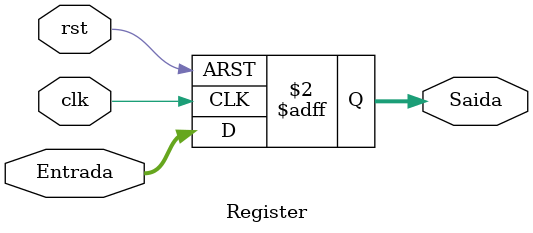
<source format=v>
module Register(//Registro Simples de 32bits
	input rst, clk,
	input [31:0] Entrada,      
	output reg  [31:0] Saida	
);
	
	always @(posedge clk or posedge rst)begin
		if(rst)
			Saida <= 32'd0;
		else
			Saida <= Entrada;
	end

endmodule
//
	
</source>
